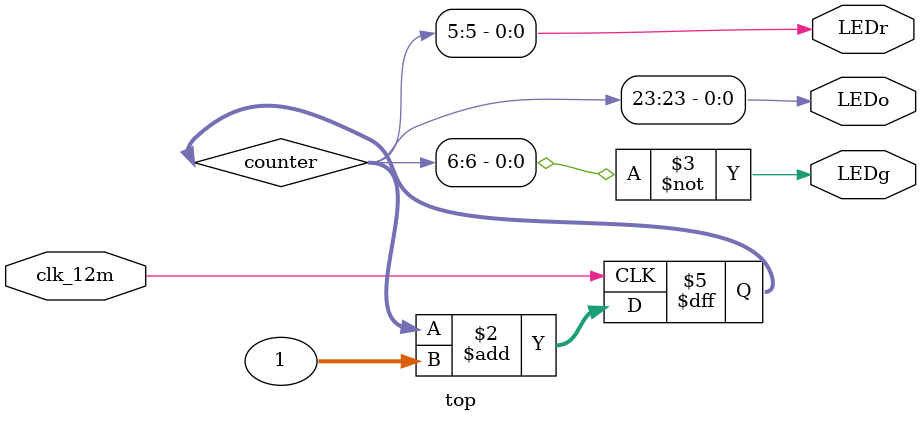
<source format=v>
`timescale 1ns / 1ps
module top(
    input clk_12m,
    output LEDr,
    output LEDg,
    output LEDo
    );

	reg [31:0] counter;
	
	initial
			counter <= 0;
	
	always@(posedge clk_12m)
			counter <= counter + 1;
	
	
assign LEDr = counter[5];
assign LEDg = ~counter[6];
assign LEDo = counter[23];

endmodule

</source>
